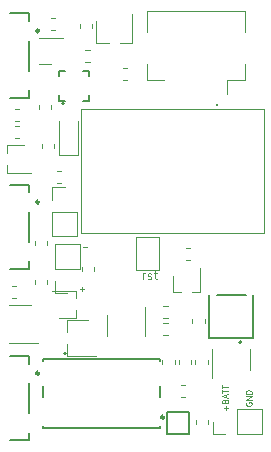
<source format=gbr>
%TF.GenerationSoftware,KiCad,Pcbnew,(5.99.0-8775-g06a515339c)*%
%TF.CreationDate,2021-12-27T00:45:30-05:00*%
%TF.ProjectId,mk2,6d6b322e-6b69-4636-9164-5f7063625858,rev?*%
%TF.SameCoordinates,Original*%
%TF.FileFunction,Legend,Top*%
%TF.FilePolarity,Positive*%
%FSLAX46Y46*%
G04 Gerber Fmt 4.6, Leading zero omitted, Abs format (unit mm)*
G04 Created by KiCad (PCBNEW (5.99.0-8775-g06a515339c)) date 2021-12-27 00:45:30*
%MOMM*%
%LPD*%
G01*
G04 APERTURE LIST*
%ADD10C,0.100000*%
%ADD11C,0.125000*%
%ADD12C,0.120000*%
%ADD13C,0.150000*%
%ADD14C,0.250000*%
%ADD15C,0.127000*%
%ADD16C,0.200000*%
G04 APERTURE END LIST*
D10*
X24978571Y-35689285D02*
X24978571Y-35189285D01*
X24978571Y-35332142D02*
X25014285Y-35260714D01*
X25050000Y-35225000D01*
X25121428Y-35189285D01*
X25192857Y-35189285D01*
X25407142Y-35653571D02*
X25478571Y-35689285D01*
X25621428Y-35689285D01*
X25692857Y-35653571D01*
X25728571Y-35582142D01*
X25728571Y-35546428D01*
X25692857Y-35475000D01*
X25621428Y-35439285D01*
X25514285Y-35439285D01*
X25442857Y-35403571D01*
X25407142Y-35332142D01*
X25407142Y-35296428D01*
X25442857Y-35225000D01*
X25514285Y-35189285D01*
X25621428Y-35189285D01*
X25692857Y-35225000D01*
X25942857Y-35189285D02*
X26228571Y-35189285D01*
X26050000Y-34939285D02*
X26050000Y-35582142D01*
X26085714Y-35653571D01*
X26157142Y-35689285D01*
X26228571Y-35689285D01*
D11*
X33750000Y-46130952D02*
X33726190Y-46178571D01*
X33726190Y-46250000D01*
X33750000Y-46321428D01*
X33797619Y-46369047D01*
X33845238Y-46392857D01*
X33940476Y-46416666D01*
X34011904Y-46416666D01*
X34107142Y-46392857D01*
X34154761Y-46369047D01*
X34202380Y-46321428D01*
X34226190Y-46250000D01*
X34226190Y-46202380D01*
X34202380Y-46130952D01*
X34178571Y-46107142D01*
X34011904Y-46107142D01*
X34011904Y-46202380D01*
X34226190Y-45892857D02*
X33726190Y-45892857D01*
X34226190Y-45607142D01*
X33726190Y-45607142D01*
X34226190Y-45369047D02*
X33726190Y-45369047D01*
X33726190Y-45250000D01*
X33750000Y-45178571D01*
X33797619Y-45130952D01*
X33845238Y-45107142D01*
X33940476Y-45083333D01*
X34011904Y-45083333D01*
X34107142Y-45107142D01*
X34154761Y-45130952D01*
X34202380Y-45178571D01*
X34226190Y-45250000D01*
X34226190Y-45369047D01*
X32035714Y-46785714D02*
X32035714Y-46404761D01*
X32226190Y-46595238D02*
X31845238Y-46595238D01*
X31964285Y-46000000D02*
X31988095Y-45928571D01*
X32011904Y-45904761D01*
X32059523Y-45880952D01*
X32130952Y-45880952D01*
X32178571Y-45904761D01*
X32202380Y-45928571D01*
X32226190Y-45976190D01*
X32226190Y-46166666D01*
X31726190Y-46166666D01*
X31726190Y-46000000D01*
X31750000Y-45952380D01*
X31773809Y-45928571D01*
X31821428Y-45904761D01*
X31869047Y-45904761D01*
X31916666Y-45928571D01*
X31940476Y-45952380D01*
X31964285Y-46000000D01*
X31964285Y-46166666D01*
X32083333Y-45690476D02*
X32083333Y-45452380D01*
X32226190Y-45738095D02*
X31726190Y-45571428D01*
X32226190Y-45404761D01*
X31726190Y-45309523D02*
X31726190Y-45023809D01*
X32226190Y-45166666D02*
X31726190Y-45166666D01*
X31726190Y-44928571D02*
X31726190Y-44642857D01*
X32226190Y-44785714D02*
X31726190Y-44785714D01*
X20290476Y-32964285D02*
X19909523Y-32964285D01*
X19835714Y-36690476D02*
X19835714Y-36309523D01*
X20026190Y-36500000D02*
X19645238Y-36500000D01*
D12*
%TO.C,R4*%
X27095267Y-39368000D02*
X26752733Y-39368000D01*
X27095267Y-40388000D02*
X26752733Y-40388000D01*
%TO.C,R13*%
X29000267Y-33018000D02*
X28657733Y-33018000D01*
X29000267Y-34038000D02*
X28657733Y-34038000D01*
%TO.C,R14*%
X29208000Y-39071733D02*
X29208000Y-39414267D01*
X30228000Y-39071733D02*
X30228000Y-39414267D01*
D13*
%TO.C,U6*%
X27075000Y-48802000D02*
X27075000Y-46952000D01*
X28925000Y-48802000D02*
X27075000Y-48802000D01*
X27075000Y-46952000D02*
X28925000Y-46952000D01*
X28925000Y-46952000D02*
X28925000Y-48802000D01*
D14*
X26807000Y-47377000D02*
G75*
G03*
X26807000Y-47377000I-125000J0D01*
G01*
D12*
%TO.C,C4*%
X15873000Y-36112267D02*
X15873000Y-35769733D01*
X16893000Y-36112267D02*
X16893000Y-35769733D01*
%TO.C,C9*%
X23666267Y-17778000D02*
X23323733Y-17778000D01*
X23666267Y-18798000D02*
X23323733Y-18798000D01*
%TO.C,C8*%
X20703000Y-14395267D02*
X20703000Y-14052733D01*
X19683000Y-14395267D02*
X19683000Y-14052733D01*
D15*
%TO.C,U4*%
X20447000Y-20574000D02*
X19977000Y-20574000D01*
X20447000Y-20574000D02*
X20447000Y-20104000D01*
X20447000Y-18034000D02*
X19977000Y-18034000D01*
X20447000Y-18034000D02*
X20447000Y-18504000D01*
X17907000Y-20574000D02*
X17907000Y-20104000D01*
X17907000Y-20574000D02*
X18377000Y-20574000D01*
X17907000Y-18034000D02*
X17907000Y-18504000D01*
X17907000Y-18034000D02*
X18377000Y-18034000D01*
D13*
X18352000Y-20804000D02*
G75*
G03*
X18352000Y-20804000I-75000J0D01*
G01*
D12*
%TO.C,R15*%
X14546267Y-23760000D02*
X14203733Y-23760000D01*
X14546267Y-22740000D02*
X14203733Y-22740000D01*
D10*
%TO.C,IC1*%
X35250000Y-21250000D02*
X35250000Y-31750000D01*
X31300000Y-20900000D02*
X31300000Y-20900000D01*
X35250000Y-31750000D02*
X19750000Y-31750000D01*
X19750000Y-31750000D02*
X19750000Y-21250000D01*
X19750000Y-21250000D02*
X35250000Y-21250000D01*
X31200000Y-20900000D02*
X31200000Y-20900000D01*
X31200000Y-20900000D02*
G75*
G02*
X31300000Y-20900000I50000J0D01*
G01*
X31300000Y-20900000D02*
G75*
G02*
X31200000Y-20900000I-50000J0D01*
G01*
D12*
%TO.C,U3*%
X34110000Y-43400000D02*
X34110000Y-41600000D01*
X30890000Y-41600000D02*
X30890000Y-44050000D01*
%TO.C,C10*%
X29490000Y-47923267D02*
X29490000Y-47580733D01*
X30510000Y-47923267D02*
X30510000Y-47580733D01*
%TO.C,D1*%
X18550000Y-40150000D02*
X18550000Y-39100000D01*
X18550000Y-39100000D02*
X20400000Y-39100000D01*
X18550000Y-42150000D02*
X18550000Y-41150000D01*
X18570000Y-42160000D02*
X21000000Y-42160000D01*
%TO.C,Q4*%
X13520000Y-26660000D02*
X13520000Y-26000000D01*
X13520000Y-25000000D02*
X13520000Y-24340000D01*
X14930000Y-24340000D02*
X13520000Y-24340000D01*
X13520000Y-26660000D02*
X15550000Y-26660000D01*
%TO.C,C20*%
X28546267Y-44617000D02*
X28203733Y-44617000D01*
X28546267Y-45637000D02*
X28203733Y-45637000D01*
%TO.C,U5*%
X22012000Y-38724000D02*
X22012000Y-40524000D01*
X25232000Y-40524000D02*
X25232000Y-38074000D01*
%TO.C,D2*%
X24116000Y-15662000D02*
X24116000Y-13232000D01*
X21056000Y-15682000D02*
X21056000Y-13832000D01*
X22106000Y-15682000D02*
X21056000Y-15682000D01*
X24106000Y-15682000D02*
X23106000Y-15682000D01*
D13*
%TO.C,SW2*%
X15375000Y-13175000D02*
X15375000Y-13825000D01*
X15375000Y-15475000D02*
X15375000Y-18025000D01*
X13775000Y-20325000D02*
X15375000Y-20325000D01*
X15375000Y-19675000D02*
X15375000Y-20325000D01*
X13775000Y-13175000D02*
X15375000Y-13175000D01*
D14*
X16220000Y-14650000D02*
G75*
G03*
X16220000Y-14650000I-125000J0D01*
G01*
D12*
%TO.C,J1*%
X25350000Y-18800000D02*
X25350000Y-17460000D01*
X32160000Y-18800000D02*
X32160000Y-20000000D01*
X26840000Y-18800000D02*
X25350000Y-18800000D01*
X25350000Y-13000000D02*
X25350000Y-14740000D01*
X33650000Y-18800000D02*
X33650000Y-17460000D01*
X32160000Y-18800000D02*
X33650000Y-18800000D01*
X33650000Y-14740000D02*
X33650000Y-13000000D01*
X33650000Y-13000000D02*
X25350000Y-13000000D01*
%TO.C,R9*%
X30482000Y-42500733D02*
X30482000Y-42843267D01*
X29462000Y-42500733D02*
X29462000Y-42843267D01*
D15*
%TO.C,J4*%
X34350000Y-37025000D02*
X34350000Y-40625000D01*
X30650000Y-40625000D02*
X30650000Y-37025000D01*
X33700000Y-37025000D02*
X31300000Y-37025000D01*
X34350000Y-40625000D02*
X30650000Y-40625000D01*
D16*
X33350000Y-41002000D02*
G75*
G03*
X33350000Y-41002000I-100000J0D01*
G01*
D12*
%TO.C,C2*%
X17510000Y-24203733D02*
X17510000Y-24546267D01*
X16490000Y-24203733D02*
X16490000Y-24546267D01*
%TO.C,C5*%
X20148733Y-17274000D02*
X20491267Y-17274000D01*
X20148733Y-16254000D02*
X20491267Y-16254000D01*
%TO.C,BT1*%
X32000000Y-48810000D02*
X30940000Y-48810000D01*
X33000000Y-48810000D02*
X35060000Y-48810000D01*
X35060000Y-48810000D02*
X35060000Y-46690000D01*
X30940000Y-48810000D02*
X30940000Y-47750000D01*
X33000000Y-48810000D02*
X33000000Y-46690000D01*
X33000000Y-46690000D02*
X35060000Y-46690000D01*
%TO.C,R2*%
X20910000Y-34628733D02*
X20910000Y-34971267D01*
X19890000Y-34628733D02*
X19890000Y-34971267D01*
D13*
%TO.C,SW4*%
X15375000Y-48675000D02*
X15375000Y-49325000D01*
X13775000Y-42175000D02*
X15375000Y-42175000D01*
X15375000Y-42175000D02*
X15375000Y-42825000D01*
X15375000Y-44475000D02*
X15375000Y-47025000D01*
X13775000Y-49325000D02*
X15375000Y-49325000D01*
D14*
X16220000Y-43650000D02*
G75*
G03*
X16220000Y-43650000I-125000J0D01*
G01*
D12*
%TO.C,C6*%
X17570267Y-13587000D02*
X17227733Y-13587000D01*
X17570267Y-14607000D02*
X17227733Y-14607000D01*
%TO.C,Q3*%
X29862000Y-36798000D02*
X29202000Y-36798000D01*
X29862000Y-36798000D02*
X29862000Y-34768000D01*
X28202000Y-36798000D02*
X27542000Y-36798000D01*
X27542000Y-35388000D02*
X27542000Y-36798000D01*
%TO.C,U1*%
X17253000Y-17493000D02*
X16253000Y-17493000D01*
X18253000Y-15273000D02*
X16253000Y-15273000D01*
%TO.C,Y1*%
X17950000Y-25150000D02*
X19550000Y-25150000D01*
X17950000Y-22300000D02*
X17950000Y-25150000D01*
X19550000Y-25150000D02*
X19550000Y-22300000D01*
D15*
%TO.C,J2*%
X16575000Y-42590620D02*
X16575000Y-42450000D01*
X16575000Y-42450000D02*
X26425000Y-42450000D01*
X26425000Y-45668750D02*
X26425000Y-44745310D01*
X26425000Y-42590620D02*
X26425000Y-42450000D01*
X26425000Y-48300000D02*
X26425000Y-48131250D01*
X16575000Y-45668750D02*
X16575000Y-44745310D01*
X16575000Y-48300000D02*
X16575000Y-48131250D01*
X26425000Y-48300000D02*
X16575000Y-48300000D01*
D16*
X18515000Y-41993000D02*
G75*
G03*
X18515000Y-41993000I-100000J0D01*
G01*
D12*
%TO.C,C7*%
X15873000Y-32467733D02*
X15873000Y-32810267D01*
X16893000Y-32467733D02*
X16893000Y-32810267D01*
%TO.C,Q1*%
X19330000Y-38300000D02*
X19330000Y-38960000D01*
X19330000Y-36640000D02*
X19330000Y-37300000D01*
X17920000Y-38960000D02*
X19330000Y-38960000D01*
X19330000Y-36640000D02*
X17300000Y-36640000D01*
%TO.C,R3*%
X27095267Y-38991000D02*
X26752733Y-38991000D01*
X27095267Y-37971000D02*
X26752733Y-37971000D01*
%TO.C,J6*%
X17540000Y-34800000D02*
X17540000Y-32740000D01*
X19660000Y-34800000D02*
X19660000Y-32740000D01*
X17540000Y-36860000D02*
X17540000Y-35800000D01*
X19660000Y-34800000D02*
X17540000Y-34800000D01*
X19660000Y-32740000D02*
X17540000Y-32740000D01*
X18600000Y-36860000D02*
X17540000Y-36860000D01*
%TO.C,R11*%
X27688000Y-42843267D02*
X27688000Y-42500733D01*
X26668000Y-42843267D02*
X26668000Y-42500733D01*
%TO.C,R16*%
X14546267Y-22260000D02*
X14203733Y-22260000D01*
X14546267Y-21240000D02*
X14203733Y-21240000D01*
%TO.C,C3*%
X18046267Y-26490000D02*
X17703733Y-26490000D01*
X18046267Y-27510000D02*
X17703733Y-27510000D01*
D13*
%TO.C,SW1*%
X15375000Y-34175000D02*
X15375000Y-34825000D01*
X15375000Y-29975000D02*
X15375000Y-32525000D01*
X15375000Y-27675000D02*
X15375000Y-28325000D01*
X13775000Y-34825000D02*
X15375000Y-34825000D01*
X13775000Y-27675000D02*
X15375000Y-27675000D01*
D14*
X16220000Y-29150000D02*
G75*
G03*
X16220000Y-29150000I-125000J0D01*
G01*
D12*
%TO.C,J3*%
X17355000Y-27912000D02*
X18415000Y-27912000D01*
X19475000Y-29972000D02*
X19475000Y-32032000D01*
X17355000Y-29972000D02*
X17355000Y-32032000D01*
X17355000Y-29972000D02*
X19475000Y-29972000D01*
X17355000Y-32032000D02*
X19475000Y-32032000D01*
X17355000Y-28972000D02*
X17355000Y-27912000D01*
%TO.C,R12*%
X29085000Y-42843267D02*
X29085000Y-42500733D01*
X28065000Y-42843267D02*
X28065000Y-42500733D01*
%TO.C,U2*%
X15500000Y-37840000D02*
X13700000Y-37840000D01*
X13700000Y-41060000D02*
X16150000Y-41060000D01*
%TO.C,L1*%
X13953733Y-36240000D02*
X14296267Y-36240000D01*
X13953733Y-37260000D02*
X14296267Y-37260000D01*
%TO.C,C1*%
X16240000Y-20953733D02*
X16240000Y-21296267D01*
X17260000Y-20953733D02*
X17260000Y-21296267D01*
%TO.C,JP2*%
X24400000Y-34928000D02*
X24400000Y-32128000D01*
X24400000Y-32128000D02*
X26400000Y-32128000D01*
X26400000Y-34928000D02*
X24400000Y-34928000D01*
X26400000Y-32128000D02*
X26400000Y-34928000D01*
%TD*%
M02*

</source>
